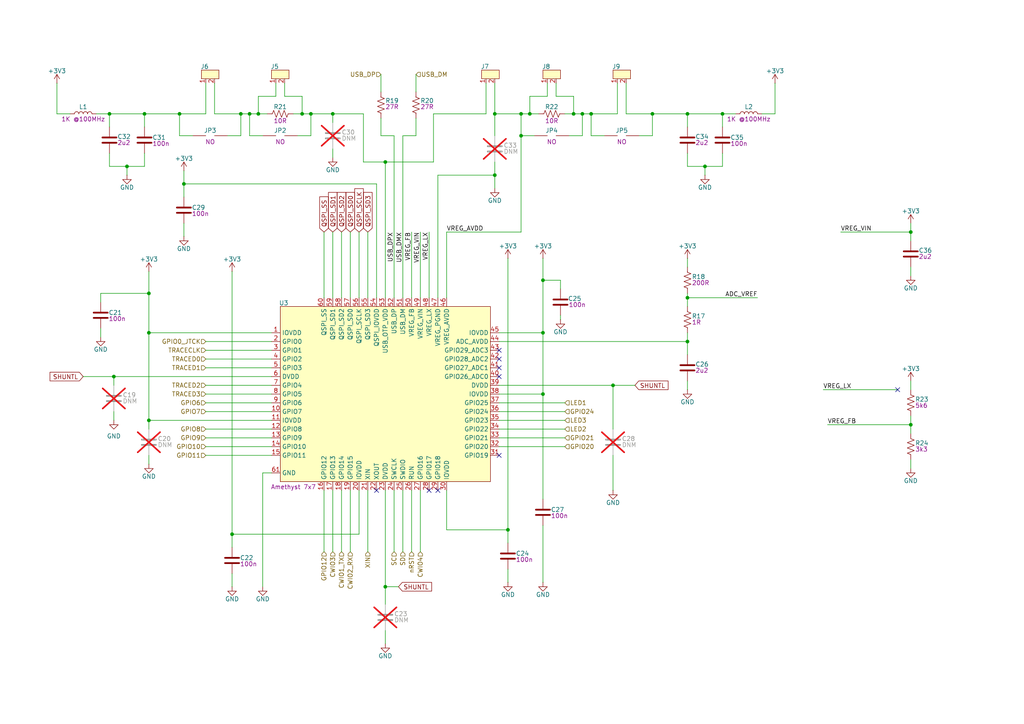
<source format=kicad_sch>
(kicad_sch (version 20231120) (generator "eeschema") (generator_version "8.0")
  (paper "A4")
  (junction (at 199.39 33.02))
  (junction (at 87.63 33.02))
  (junction (at 67.31 154.94))
  (junction (at 90.17 33.02))
  (junction (at 171.45 33.02))
  (junction (at 69.85 33.02))
  (junction (at 151.13 33.02))
  (junction (at 264.16 123.19))
  (junction (at 157.48 114.3))
  (junction (at 43.18 121.92))
  (junction (at 111.76 170.18))
  (junction (at 96.52 33.02))
  (junction (at 41.91 33.02))
  (junction (at 264.16 67.31))
  (junction (at 209.55 33.02))
  (junction (at 53.34 53.34))
  (junction (at 111.76 46.99))
  (junction (at 157.48 96.52))
  (junction (at 147.32 153.67))
  (junction (at 43.18 96.52))
  (junction (at 74.93 33.02))
  (junction (at 153.67 33.02))
  (junction (at 199.39 99.06))
  (junction (at 177.8 111.76))
  (junction (at 43.18 85.09))
  (junction (at 168.91 33.02))
  (junction (at 36.83 48.26))
  (junction (at 143.51 33.02))
  (junction (at 204.47 48.26))
  (junction (at 31.75 33.02))
  (junction (at 151.13 39.37))
  (junction (at 166.37 33.02))
  (junction (at 143.51 50.8))
  (junction (at 52.07 33.02))
  (junction (at 189.23 33.02))
  (junction (at 33.02 109.22))
  (junction (at 72.39 33.02))
  (junction (at 199.39 86.36))
  (junction (at 157.48 81.28))
  (no_connect (at 144.78 109.22))
  (no_connect (at 144.78 106.68))
  (no_connect (at 127 142.24))
  (no_connect (at 144.78 104.14))
  (no_connect (at 144.78 132.08))
  (no_connect (at 109.22 142.24))
  (no_connect (at 144.78 101.6))
  (no_connect (at 260.35 113.03))
  (no_connect (at 124.46 142.24))
  (wire (pts (xy 143.51 33.02) (xy 151.13 33.02)))
  (wire (pts (xy 31.75 33.02) (xy 41.91 33.02)))
  (wire (pts (xy 59.69 111.76) (xy 78.74 111.76)))
  (wire (pts (xy 240.03 123.19) (xy 264.16 123.19)))
  (wire (pts (xy 72.39 33.02) (xy 74.93 33.02)))
  (wire (pts (xy 121.92 67.31) (xy 121.92 86.36)))
  (wire (pts (xy 93.98 160.02) (xy 93.98 142.24)))
  (wire (pts (xy 86.36 39.37) (xy 90.17 39.37)))
  (wire (pts (xy 59.69 114.3) (xy 78.74 114.3)))
  (wire (pts (xy 264.16 120.65) (xy 264.16 123.19)))
  (wire (pts (xy 111.76 170.18) (xy 115.57 170.18)))
  (wire (pts (xy 119.38 67.31) (xy 119.38 86.36)))
  (wire (pts (xy 199.39 96.52) (xy 199.39 99.06)))
  (wire (pts (xy 43.18 124.46) (xy 43.18 121.92)))
  (wire (pts (xy 116.84 39.37) (xy 116.84 86.36)))
  (wire (pts (xy 59.69 101.6) (xy 78.74 101.6)))
  (wire (pts (xy 59.69 24.13) (xy 59.69 33.02)))
  (wire (pts (xy 144.78 119.38) (xy 163.83 119.38)))
  (wire (pts (xy 96.52 33.02) (xy 96.52 35.56)))
  (wire (pts (xy 162.56 81.28) (xy 162.56 83.82)))
  (wire (pts (xy 144.78 127) (xy 163.83 127)))
  (wire (pts (xy 90.17 39.37) (xy 90.17 33.02)))
  (wire (pts (xy 199.39 110.49) (xy 199.39 113.03)))
  (wire (pts (xy 74.93 27.94) (xy 80.01 27.94)))
  (wire (pts (xy 43.18 96.52) (xy 78.74 96.52)))
  (wire (pts (xy 199.39 85.09) (xy 199.39 86.36)))
  (wire (pts (xy 59.69 124.46) (xy 78.74 124.46)))
  (wire (pts (xy 125.73 33.02) (xy 140.97 33.02)))
  (wire (pts (xy 111.76 182.88) (xy 111.76 186.69)))
  (wire (pts (xy 264.16 67.31) (xy 264.16 69.85)))
  (wire (pts (xy 144.78 114.3) (xy 157.48 114.3)))
  (wire (pts (xy 41.91 48.26) (xy 41.91 44.45)))
  (wire (pts (xy 209.55 48.26) (xy 204.47 48.26)))
  (wire (pts (xy 177.8 111.76) (xy 177.8 124.46)))
  (wire (pts (xy 80.01 24.13) (xy 80.01 27.94)))
  (wire (pts (xy 166.37 27.94) (xy 161.29 27.94)))
  (wire (pts (xy 147.32 74.93) (xy 147.32 153.67)))
  (wire (pts (xy 171.45 39.37) (xy 171.45 33.02)))
  (wire (pts (xy 101.6 160.02) (xy 101.6 142.24)))
  (wire (pts (xy 59.69 104.14) (xy 78.74 104.14)))
  (wire (pts (xy 105.41 33.02) (xy 105.41 46.99)))
  (wire (pts (xy 99.06 86.36) (xy 99.06 67.31)))
  (wire (pts (xy 72.39 39.37) (xy 72.39 33.02)))
  (wire (pts (xy 59.69 119.38) (xy 78.74 119.38)))
  (wire (pts (xy 76.2 39.37) (xy 72.39 39.37)))
  (wire (pts (xy 151.13 39.37) (xy 151.13 67.31)))
  (wire (pts (xy 76.2 137.16) (xy 76.2 170.18)))
  (wire (pts (xy 110.49 21.59) (xy 110.49 26.67)))
  (wire (pts (xy 177.8 132.08) (xy 177.8 142.24)))
  (wire (pts (xy 67.31 78.74) (xy 67.31 154.94)))
  (wire (pts (xy 59.69 132.08) (xy 78.74 132.08)))
  (wire (pts (xy 181.61 33.02) (xy 181.61 24.13)))
  (wire (pts (xy 104.14 86.36) (xy 104.14 67.31)))
  (wire (pts (xy 114.3 39.37) (xy 114.3 86.36)))
  (wire (pts (xy 78.74 137.16) (xy 76.2 137.16)))
  (wire (pts (xy 161.29 24.13) (xy 161.29 27.94)))
  (wire (pts (xy 96.52 43.18) (xy 96.52 45.72)))
  (wire (pts (xy 140.97 24.13) (xy 140.97 33.02)))
  (wire (pts (xy 53.34 53.34) (xy 109.22 53.34)))
  (wire (pts (xy 144.78 96.52) (xy 157.48 96.52)))
  (wire (pts (xy 199.39 77.47) (xy 199.39 74.93)))
  (wire (pts (xy 96.52 160.02) (xy 96.52 142.24)))
  (wire (pts (xy 209.55 33.02) (xy 213.36 33.02)))
  (wire (pts (xy 171.45 33.02) (xy 179.07 33.02)))
  (wire (pts (xy 96.52 33.02) (xy 105.41 33.02)))
  (wire (pts (xy 153.67 27.94) (xy 158.75 27.94)))
  (wire (pts (xy 165.1 39.37) (xy 168.91 39.37)))
  (wire (pts (xy 158.75 24.13) (xy 158.75 27.94)))
  (wire (pts (xy 33.02 109.22) (xy 78.74 109.22)))
  (wire (pts (xy 116.84 39.37) (xy 120.65 39.37)))
  (wire (pts (xy 55.88 39.37) (xy 52.07 39.37)))
  (wire (pts (xy 264.16 64.77) (xy 264.16 67.31)))
  (wire (pts (xy 199.39 86.36) (xy 219.71 86.36)))
  (wire (pts (xy 129.54 142.24) (xy 129.54 153.67)))
  (wire (pts (xy 27.94 33.02) (xy 31.75 33.02)))
  (wire (pts (xy 69.85 39.37) (xy 69.85 33.02)))
  (wire (pts (xy 124.46 67.31) (xy 124.46 86.36)))
  (wire (pts (xy 111.76 46.99) (xy 125.73 46.99)))
  (wire (pts (xy 144.78 121.92) (xy 163.83 121.92)))
  (wire (pts (xy 157.48 74.93) (xy 157.48 81.28)))
  (wire (pts (xy 99.06 160.02) (xy 99.06 142.24)))
  (wire (pts (xy 224.79 24.13) (xy 224.79 33.02)))
  (wire (pts (xy 67.31 166.37) (xy 67.31 170.18)))
  (wire (pts (xy 110.49 39.37) (xy 114.3 39.37)))
  (wire (pts (xy 199.39 99.06) (xy 199.39 102.87)))
  (wire (pts (xy 74.93 33.02) (xy 74.93 27.94)))
  (wire (pts (xy 177.8 111.76) (xy 184.15 111.76)))
  (wire (pts (xy 31.75 36.83) (xy 31.75 33.02)))
  (wire (pts (xy 144.78 111.76) (xy 177.8 111.76)))
  (wire (pts (xy 114.3 160.02) (xy 114.3 142.24)))
  (wire (pts (xy 143.51 46.99) (xy 143.51 50.8)))
  (wire (pts (xy 41.91 36.83) (xy 41.91 33.02)))
  (wire (pts (xy 104.14 142.24) (xy 104.14 154.94)))
  (wire (pts (xy 53.34 57.15) (xy 53.34 53.34)))
  (wire (pts (xy 106.68 160.02) (xy 106.68 142.24)))
  (wire (pts (xy 199.39 48.26) (xy 199.39 44.45)))
  (wire (pts (xy 162.56 81.28) (xy 157.48 81.28)))
  (wire (pts (xy 153.67 33.02) (xy 153.67 27.94)))
  (wire (pts (xy 264.16 77.47) (xy 264.16 80.01)))
  (wire (pts (xy 87.63 33.02) (xy 90.17 33.02)))
  (wire (pts (xy 59.69 116.84) (xy 78.74 116.84)))
  (wire (pts (xy 87.63 27.94) (xy 82.55 27.94)))
  (wire (pts (xy 52.07 33.02) (xy 59.69 33.02)))
  (wire (pts (xy 189.23 33.02) (xy 181.61 33.02)))
  (wire (pts (xy 209.55 33.02) (xy 199.39 33.02)))
  (wire (pts (xy 16.51 24.13) (xy 16.51 33.02)))
  (wire (pts (xy 96.52 86.36) (xy 96.52 67.31)))
  (wire (pts (xy 154.94 39.37) (xy 151.13 39.37)))
  (wire (pts (xy 147.32 153.67) (xy 147.32 157.48)))
  (wire (pts (xy 157.48 81.28) (xy 157.48 96.52)))
  (wire (pts (xy 157.48 114.3) (xy 157.48 144.78)))
  (wire (pts (xy 106.68 86.36) (xy 106.68 67.31)))
  (wire (pts (xy 59.69 106.68) (xy 78.74 106.68)))
  (wire (pts (xy 243.84 67.31) (xy 264.16 67.31)))
  (wire (pts (xy 151.13 39.37) (xy 151.13 33.02)))
  (wire (pts (xy 143.51 33.02) (xy 143.51 39.37)))
  (wire (pts (xy 121.92 160.02) (xy 121.92 142.24)))
  (wire (pts (xy 67.31 154.94) (xy 67.31 158.75)))
  (wire (pts (xy 144.78 129.54) (xy 163.83 129.54)))
  (wire (pts (xy 162.56 91.44) (xy 162.56 92.71)))
  (wire (pts (xy 62.23 33.02) (xy 62.23 24.13)))
  (wire (pts (xy 264.16 110.49) (xy 264.16 113.03)))
  (wire (pts (xy 43.18 121.92) (xy 78.74 121.92)))
  (wire (pts (xy 209.55 36.83) (xy 209.55 33.02)))
  (wire (pts (xy 144.78 99.06) (xy 199.39 99.06)))
  (wire (pts (xy 52.07 39.37) (xy 52.07 33.02)))
  (wire (pts (xy 85.09 33.02) (xy 87.63 33.02)))
  (wire (pts (xy 185.42 39.37) (xy 189.23 39.37)))
  (wire (pts (xy 29.21 95.25) (xy 29.21 97.79)))
  (wire (pts (xy 53.34 64.77) (xy 53.34 68.58)))
  (wire (pts (xy 36.83 48.26) (xy 41.91 48.26)))
  (wire (pts (xy 238.76 113.03) (xy 260.35 113.03)))
  (wire (pts (xy 220.98 33.02) (xy 224.79 33.02)))
  (wire (pts (xy 111.76 170.18) (xy 111.76 175.26)))
  (wire (pts (xy 109.22 86.36) (xy 109.22 53.34)))
  (wire (pts (xy 82.55 24.13) (xy 82.55 27.94)))
  (wire (pts (xy 104.14 154.94) (xy 67.31 154.94)))
  (wire (pts (xy 59.69 129.54) (xy 78.74 129.54)))
  (wire (pts (xy 36.83 48.26) (xy 36.83 50.8)))
  (wire (pts (xy 168.91 39.37) (xy 168.91 33.02)))
  (wire (pts (xy 120.65 39.37) (xy 120.65 34.29)))
  (wire (pts (xy 209.55 44.45) (xy 209.55 48.26)))
  (wire (pts (xy 166.37 33.02) (xy 168.91 33.02)))
  (wire (pts (xy 116.84 160.02) (xy 116.84 142.24)))
  (wire (pts (xy 24.13 109.22) (xy 33.02 109.22)))
  (wire (pts (xy 264.16 123.19) (xy 264.16 125.73)))
  (wire (pts (xy 43.18 85.09) (xy 43.18 96.52)))
  (wire (pts (xy 163.83 33.02) (xy 166.37 33.02)))
  (wire (pts (xy 59.69 99.06) (xy 78.74 99.06)))
  (wire (pts (xy 69.85 33.02) (xy 62.23 33.02)))
  (wire (pts (xy 204.47 48.26) (xy 199.39 48.26)))
  (wire (pts (xy 29.21 85.09) (xy 43.18 85.09)))
  (wire (pts (xy 33.02 119.38) (xy 33.02 121.92)))
  (wire (pts (xy 127 50.8) (xy 143.51 50.8)))
  (wire (pts (xy 189.23 39.37) (xy 189.23 33.02)))
  (wire (pts (xy 87.63 33.02) (xy 87.63 27.94)))
  (wire (pts (xy 90.17 33.02) (xy 96.52 33.02)))
  (wire (pts (xy 151.13 67.31) (xy 129.54 67.31)))
  (wire (pts (xy 144.78 116.84) (xy 163.83 116.84)))
  (wire (pts (xy 147.32 165.1) (xy 147.32 168.91)))
  (wire (pts (xy 264.16 135.89) (xy 264.16 133.35)))
  (wire (pts (xy 72.39 33.02) (xy 69.85 33.02)))
  (wire (pts (xy 175.26 39.37) (xy 171.45 39.37)))
  (wire (pts (xy 129.54 153.67) (xy 147.32 153.67)))
  (wire (pts (xy 151.13 33.02) (xy 153.67 33.02)))
  (wire (pts (xy 204.47 48.26) (xy 204.47 50.8)))
  (wire (pts (xy 105.41 46.99) (xy 111.76 46.99)))
  (wire (pts (xy 143.51 24.13) (xy 143.51 33.02)))
  (wire (pts (xy 111.76 46.99) (xy 111.76 86.36)))
  (wire (pts (xy 93.98 86.36) (xy 93.98 67.31)))
  (wire (pts (xy 179.07 24.13) (xy 179.07 33.02)))
  (wire (pts (xy 66.04 39.37) (xy 69.85 39.37)))
  (wire (pts (xy 199.39 86.36) (xy 199.39 88.9)))
  (wire (pts (xy 119.38 160.02) (xy 119.38 142.24)))
  (wire (pts (xy 33.02 109.22) (xy 33.02 111.76)))
  (wire (pts (xy 157.48 152.4) (xy 157.48 168.91)))
  (wire (pts (xy 129.54 67.31) (xy 129.54 86.36)))
  (wire (pts (xy 199.39 33.02) (xy 189.23 33.02)))
  (wire (pts (xy 166.37 33.02) (xy 166.37 27.94)))
  (wire (pts (xy 20.32 33.02) (xy 16.51 33.02)))
  (wire (pts (xy 127 50.8) (xy 127 86.36)))
  (wire (pts (xy 153.67 33.02) (xy 156.21 33.02)))
  (wire (pts (xy 74.93 33.02) (xy 77.47 33.02)))
  (wire (pts (xy 110.49 34.29) (xy 110.49 39.37)))
  (wire (pts (xy 41.91 33.02) (xy 52.07 33.02)))
  (wire (pts (xy 157.48 96.52) (xy 157.48 114.3)))
  (wire (pts (xy 125.73 46.99) (xy 125.73 33.02)))
  (wire (pts (xy 43.18 78.74) (xy 43.18 85.09)))
  (wire (pts (xy 199.39 36.83) (xy 199.39 33.02)))
  (wire (pts (xy 120.65 21.59) (xy 120.65 26.67)))
  (wire (pts (xy 29.21 85.09) (xy 29.21 87.63)))
  (wire (pts (xy 31.75 44.45) (xy 31.75 48.26)))
  (wire (pts (xy 143.51 50.8) (xy 143.51 54.61)))
  (wire (pts (xy 168.91 33.02) (xy 171.45 33.02)))
  (wire (pts (xy 43.18 132.08) (xy 43.18 134.62)))
  (wire (pts (xy 59.69 127) (xy 78.74 127)))
  (wire (pts (xy 101.6 86.36) (xy 101.6 67.31)))
  (wire (pts (xy 111.76 142.24) (xy 111.76 170.18)))
  (wire (pts (xy 53.34 49.53) (xy 53.34 53.34)))
  (wire (pts (xy 43.18 96.52) (xy 43.18 121.92)))
  (wire (pts (xy 31.75 48.26) (xy 36.83 48.26)))
  (wire (pts (xy 144.78 124.46) (xy 163.83 124.46)))
  (label "VREG_FB" (at 240.03 123.19 0))
  (label "USB_DPX" (at 114.3 67.31 270))
  (label "ADC_VREF" (at 219.71 86.36 180))
  (label "VREG_AVDD" (at 129.54 67.31 0))
  (label "USB_DMX" (at 116.84 67.31 270))
  (label "VREG_LX" (at 124.46 67.31 270))
  (label "VREG_FB" (at 119.38 67.31 270))
  (label "VREG_LX" (at 238.76 113.03 0))
  (label "VREG_VIN" (at 243.84 67.31 0))
  (label "VREG_VIN" (at 121.92 67.31 270))
  (global_label "QSPI_SD1" (shape input) (at 96.52 67.31 90) (property "Intersheetrefs" "${INTERSHEET_REFS}" (effects (hide yes))))
  (global_label "QSPI_SD0" (shape input) (at 101.6 67.31 90) (property "Intersheetrefs" "${INTERSHEET_REFS}" (effects (hide yes))))
  (global_label "SHUNTL" (shape input) (at 184.15 111.76 0) (property "Intersheetrefs" "${INTERSHEET_REFS}" (effects (hide yes))))
  (global_label "QSPI_SS" (shape input) (at 93.98 67.31 90) (property "Intersheetrefs" "${INTERSHEET_REFS}" (effects (hide yes))))
  (global_label "QSPI_SCLK" (shape input) (at 104.14 67.31 90) (property "Intersheetrefs" "${INTERSHEET_REFS}" (effects (hide yes))))
  (global_label "SHUNTL" (shape input) (at 115.57 170.18 0) (property "Intersheetrefs" "${INTERSHEET_REFS}" (effects (hide yes))))
  (global_label "QSPI_SD3" (shape input) (at 106.68 67.31 90) (property "Intersheetrefs" "${INTERSHEET_REFS}" (effects (hide yes))))
  (global_label "SHUNTL" (shape input) (at 24.13 109.22 180) (property "Intersheetrefs" "${INTERSHEET_REFS}" (effects (hide yes))))
  (global_label "QSPI_SD2" (shape input) (at 99.06 67.31 90) (property "Intersheetrefs" "${INTERSHEET_REFS}" (effects (hide yes))))
  (hierarchical_label "GPIO21" (shape input) (at 163.83 127 0))
  (hierarchical_label "LED1" (shape input) (at 163.83 116.84 0))
  (hierarchical_label "CWIO3" (shape input) (at 96.52 160.02 270))
  (hierarchical_label "CWIO1_TX" (shape input) (at 99.06 160.02 270))
  (hierarchical_label "LED3" (shape input) (at 163.83 121.92 0))
  (hierarchical_label "GPIO9" (shape input) (at 59.69 127 180))
  (hierarchical_label "GPIO7" (shape input) (at 59.69 119.38 180))
  (hierarchical_label "USB_DM" (shape input) (at 120.65 21.59 0))
  (hierarchical_label "CWIO4" (shape input) (at 121.92 160.02 270))
  (hierarchical_label "GPIO6" (shape input) (at 59.69 116.84 180))
  (hierarchical_label "GPIO24" (shape input) (at 163.83 119.38 0))
  (hierarchical_label "TRACED0" (shape input) (at 59.69 104.14 180))
  (hierarchical_label "GPIO20" (shape input) (at 163.83 129.54 0))
  (hierarchical_label "TRACED1" (shape input) (at 59.69 106.68 180))
  (hierarchical_label "SC" (shape input) (at 114.3 160.02 270))
  (hierarchical_label "SD" (shape input) (at 116.84 160.02 270))
  (hierarchical_label "USB_DP" (shape input) (at 110.49 21.59 180))
  (hierarchical_label "GPIO8" (shape input) (at 59.69 124.46 180))
  (hierarchical_label "GPIO0_JTCK" (shape input) (at 59.69 99.06 180))
  (hierarchical_label "GPIO10" (shape input) (at 59.69 129.54 180))
  (hierarchical_label "TRACED3" (shape input) (at 59.69 114.3 180))
  (hierarchical_label "GPIO12" (shape input) (at 93.98 160.02 270))
  (hierarchical_label "nRST" (shape input) (at 119.38 160.02 270))
  (hierarchical_label "GPIO11" (shape input) (at 59.69 132.08 180))
  (hierarchical_label "CWIO2_RX" (shape input) (at 101.6 160.02 270))
  (hierarchical_label "TRACED2" (shape input) (at 59.69 111.76 180))
  (hierarchical_label "XIN" (shape input) (at 106.68 160.02 270))
  (hierarchical_label "TRACECLK" (shape input) (at 59.69 101.6 180))
  (hierarchical_label "LED2" (shape input) (at 163.83 124.46 0))
  (symbol (lib_id "nae_caps:CAP_100n_10V_0603") (at 157.48 148.59 90) (unit 1)
    (property "Reference" "C27" (at 159.766 147.828 90) (effects (justify right)))
    (property "Value" "CAP_100n_10V_0603" (effects (hide yes)))
    (property "Footprint" "Capacitor_SMD:C_0603_1608Metric" (effects (hide yes)))
    (property "Datasheet" "https://www.yageo.com/upload/media/product/productsearch/datasheet/mlcc/UPY-GPHC_X7R_6.3V-to-250V_24.pdf" (effects (hide yes)))
    (property "Description" "CAP CER 0.1UF 10V X7R 0603" (effects (hide yes)))
    (property "Display Value" "100n" (at 159.766 149.606 90) (effects (justify right)))
    (property "Manufacturer" "YAGEO" (effects (hide yes)))
    (property "Manufacturer Part Number" "CC0603KRX7R6BB104" (effects (hide yes)))
    (property "Supplier 1" "DigiKey" (effects (hide yes)))
    (property "Supplier 1 Part Number" "311-4055-1-ND" (effects (hide yes)))
    (property "Supplier 2" "no_data" (effects (hide yes)))
    (property "Supplier 2 Part Number" "no_data" (effects (hide yes)))
  )
  (symbol (lib_id "nae_caps:CAP_DNM_0603") (at 33.02 115.57 90) (unit 1) (dnp yes)
    (property "Reference" "C19" (at 35.56 114.5541 90) (effects (justify right)))
    (property "Value" "DNM_CAP_0603" (effects (hide yes)))
    (property "Footprint" "Capacitor_SMD:C_0603_1608Metric" (effects (hide yes)))
    (property "Datasheet" "https://content.kemet.com/datasheets/KEM_C1006_X5R_SMD.pdf" (effects (hide yes)))
    (property "Description" "Non mounted 0603_1608 ceramic capacitor" (effects (hide yes)))
    (property "Display Value" "DNM" (at 35.56 116.332 90) (effects (justify right)))
    (property "Manufacturer" "KEMET" (effects (hide yes)))
    (property "Manufacturer Part Number" "C0603C225K4PAC7867" (effects (hide yes)))
    (property "Supplier 1" "DigiKey" (effects (hide yes)))
    (property "Supplier 1 Part Number" "399-C0603C225K4PAC7867CT-ND" (effects (hide yes)))
  )
  (symbol (lib_id "power:GND") (at 111.76 186.69 0) (unit 1)
    (property "Reference" "#PWR027" (effects (hide yes)))
    (property "Value" "GND" (at 111.76 190.246 0))
    (property "Description" "Power symbol creates a global label with name \"GND\" , ground" (effects (hide yes)))
  )
  (symbol (lib_id "0603_Yageo_Res:RES_27R_0603") (at 120.65 30.48 270) (unit 1)
    (property "Reference" "R20" (at 121.92 29.2101 90) (effects (justify left)))
    (property "Value" "RES_27R_0603" (effects (hide yes)))
    (property "Footprint" "Resistor_SMD:R_0603_1608Metric" (effects (hide yes)))
    (property "Datasheet" "https://www.yageo.com/upload/media/product/products/datasheet/rchip/PYu-RC_Group_51_RoHS_L_12.pdf" (effects (hide yes)))
    (property "Description" "RES 27 OHM 1% 1/10W 0603" (effects (hide yes)))
    (property "Display Value" "27R" (at 121.92 30.988 90) (effects (justify left)))
    (property "Manufacturer" "YAGEO" (effects (hide yes)))
    (property "Manufacturer Part Number" "RC0603FR-0727RL" (effects (hide yes)))
    (property "Supplier 1" "DigiKey" (effects (hide yes)))
    (property "Supplier 1 Part Number" "311-27.0HRCT-ND" (effects (hide yes)))
    (property "Supplier 2" "no_data" (effects (hide yes)))
    (property "Supplier 2 Part Number" "no_data" (effects (hide yes)))
  )
  (symbol (lib_id "0603_Yageo_Res:RES_10R_0603") (at 160.02 33.02 0) (unit 1)
    (property "Reference" "R22" (at 160.02 30.988 0))
    (property "Value" "RES_10R_0603" (effects (hide yes)))
    (property "Footprint" "Resistor_SMD:R_0603_1608Metric" (effects (hide yes)))
    (property "Datasheet" "https://www.yageo.com/upload/media/product/products/datasheet/rchip/PYu-RC_Group_51_RoHS_L_12.pdf" (effects (hide yes)))
    (property "Description" "RES 10 OHM 1% 1/10W 0603" (effects (hide yes)))
    (property "Display Value" "10R" (at 160.02 35.052 0))
    (property "Manufacturer" "YAGEO" (effects (hide yes)))
    (property "Manufacturer Part Number" "RC0603FR-0710RL" (effects (hide yes)))
    (property "Supplier 1" "DigiKey" (effects (hide yes)))
    (property "Supplier 1 Part Number" "311-10.0HRCT-ND" (effects (hide yes)))
    (property "Supplier 2" "no_data" (effects (hide yes)))
    (property "Supplier 2 Part Number" "no_data" (effects (hide yes)))
  )
  (symbol (lib_id "nae_caps:CAP_DNM_0603") (at 177.8 128.27 90) (unit 1) (dnp yes)
    (property "Reference" "C28" (at 180.34 127.2541 90) (effects (justify right)))
    (property "Value" "DNM_CAP_0603" (effects (hide yes)))
    (property "Footprint" "Capacitor_SMD:C_0603_1608Metric" (effects (hide yes)))
    (property "Datasheet" "https://content.kemet.com/datasheets/KEM_C1006_X5R_SMD.pdf" (effects (hide yes)))
    (property "Description" "Non mounted 0603_1608 ceramic capacitor" (effects (hide yes)))
    (property "Display Value" "DNM" (at 180.34 129.032 90) (effects (justify right)))
    (property "Manufacturer" "KEMET" (effects (hide yes)))
    (property "Manufacturer Part Number" "C0603C225K4PAC7867" (effects (hide yes)))
    (property "Supplier 1" "DigiKey" (effects (hide yes)))
    (property "Supplier 1 Part Number" "399-C0603C225K4PAC7867CT-ND" (effects (hide yes)))
  )
  (symbol (lib_id "0603_Yageo_Res:RES_27R_0603") (at 110.49 30.48 270) (unit 1)
    (property "Reference" "R19" (at 111.76 29.2101 90) (effects (justify left)))
    (property "Value" "RES_27R_0603" (effects (hide yes)))
    (property "Footprint" "Resistor_SMD:R_0603_1608Metric" (effects (hide yes)))
    (property "Datasheet" "https://www.yageo.com/upload/media/product/products/datasheet/rchip/PYu-RC_Group_51_RoHS_L_12.pdf" (effects (hide yes)))
    (property "Description" "RES 27 OHM 1% 1/10W 0603" (effects (hide yes)))
    (property "Display Value" "27R" (at 111.76 30.988 90) (effects (justify left)))
    (property "Manufacturer" "YAGEO" (effects (hide yes)))
    (property "Manufacturer Part Number" "RC0603FR-0727RL" (effects (hide yes)))
    (property "Supplier 1" "DigiKey" (effects (hide yes)))
    (property "Supplier 1 Part Number" "311-27.0HRCT-ND" (effects (hide yes)))
    (property "Supplier 2" "no_data" (effects (hide yes)))
    (property "Supplier 2 Part Number" "no_data" (effects (hide yes)))
  )
  (symbol (lib_id "power:GND") (at 43.18 134.62 0) (unit 1)
    (property "Reference" "#PWR022" (effects (hide yes)))
    (property "Value" "GND" (at 43.18 138.176 0))
    (property "Description" "Power symbol creates a global label with name \"GND\" , ground" (effects (hide yes)))
  )
  (symbol (lib_id "NAE_Connectors:Solder_Jumper_2_NO") (at 180.34 39.37 90) (unit 1) (in_bom no)
    (property "Reference" "JP5" (at 180.34 37.846 90))
    (property "Footprint" "Jumper:SolderJumper-2_P1.3mm_Open_Pad1.0x1.5mm" (effects (hide yes)))
    (property "Display Value" "NO" (at 180.34 41.148 90))
  )
  (symbol (lib_id "nae_caps:CAP_100n_10V_0603") (at 29.21 91.44 90) (unit 1)
    (property "Reference" "C21" (at 31.496 90.678 90) (effects (justify right)))
    (property "Value" "CAP_100n_10V_0603" (effects (hide yes)))
    (property "Footprint" "Capacitor_SMD:C_0603_1608Metric" (effects (hide yes)))
    (property "Datasheet" "https://www.yageo.com/upload/media/product/productsearch/datasheet/mlcc/UPY-GPHC_X7R_6.3V-to-250V_24.pdf" (effects (hide yes)))
    (property "Description" "CAP CER 0.1UF 10V X7R 0603" (effects (hide yes)))
    (property "Display Value" "100n" (at 31.496 92.456 90) (effects (justify right)))
    (property "Manufacturer" "YAGEO" (effects (hide yes)))
    (property "Manufacturer Part Number" "CC0603KRX7R6BB104" (effects (hide yes)))
    (property "Supplier 1" "DigiKey" (effects (hide yes)))
    (property "Supplier 1 Part Number" "311-4055-1-ND" (effects (hide yes)))
    (property "Supplier 2" "no_data" (effects (hide yes)))
    (property "Supplier 2 Part Number" "no_data" (effects (hide yes)))
  )
  (symbol (lib_id "power:GND") (at 157.48 168.91 0) (unit 1)
    (property "Reference" "#PWR030" (effects (hide yes)))
    (property "Value" "GND" (at 157.48 172.466 0))
    (property "Description" "Power symbol creates a global label with name \"GND\" , ground" (effects (hide yes)))
  )
  (symbol (lib_id "power:GND") (at 264.16 80.01 0) (mirror y) (unit 1)
    (property "Reference" "#PWR045" (effects (hide yes)))
    (property "Value" "GND" (at 264.16 83.566 0))
    (property "Description" "Power symbol creates a global label with name \"GND\" , ground" (effects (hide yes)))
  )
  (symbol (lib_id "power:GND") (at 67.31 170.18 0) (unit 1)
    (property "Reference" "#PWR026" (effects (hide yes)))
    (property "Value" "GND" (at 67.31 173.736 0))
    (property "Description" "Power symbol creates a global label with name \"GND\" , ground" (effects (hide yes)))
  )
  (symbol (lib_id "nae_caps:CAP_100n_10V_0603") (at 209.55 40.64 90) (unit 1)
    (property "Reference" "C35" (at 211.836 39.878 90) (effects (justify right)))
    (property "Value" "CAP_100n_10V_0603" (effects (hide yes)))
    (property "Footprint" "Capacitor_SMD:C_0603_1608Metric" (effects (hide yes)))
    (property "Datasheet" "https://www.yageo.com/upload/media/product/productsearch/datasheet/mlcc/UPY-GPHC_X7R_6.3V-to-250V_24.pdf" (effects (hide yes)))
    (property "Description" "CAP CER 0.1UF 10V X7R 0603" (effects (hide yes)))
    (property "Display Value" "100n" (at 211.836 41.656 90) (effects (justify right)))
    (property "Manufacturer" "YAGEO" (effects (hide yes)))
    (property "Manufacturer Part Number" "CC0603KRX7R6BB104" (effects (hide yes)))
    (property "Supplier 1" "DigiKey" (effects (hide yes)))
    (property "Supplier 1 Part Number" "311-4055-1-ND" (effects (hide yes)))
    (property "Supplier 2" "no_data" (effects (hide yes)))
    (property "Supplier 2 Part Number" "no_data" (effects (hide yes)))
  )
  (symbol (lib_id "power:GND") (at 204.47 50.8 0) (mirror y) (unit 1)
    (property "Reference" "#PWR044" (effects (hide yes)))
    (property "Value" "GND" (at 204.47 54.356 0))
    (property "Description" "Power symbol creates a global label with name \"GND\" , ground" (effects (hide yes)))
  )
  (symbol (lib_id "NAE_Connectors:Solder_Jumper_2_NO") (at 81.28 39.37 90) (unit 1) (in_bom no)
    (property "Reference" "JP2" (at 81.28 37.846 90))
    (property "Footprint" "Jumper:SolderJumper-2_P1.3mm_Open_Pad1.0x1.5mm" (effects (hide yes)))
    (property "Display Value" "NO" (at 81.28 41.148 90))
  )
  (symbol (lib_id "power:+3V3") (at 16.51 24.13 0) (unit 1)
    (property "Reference" "#PWR041" (effects (hide yes)))
    (property "Value" "+3V3" (at 16.51 20.574 0))
    (property "Description" "Power symbol creates a global label with name \"+3V3\"" (effects (hide yes)))
  )
  (symbol (lib_id "NAE_Connectors:Solder_Jumper_2_NO") (at 60.96 39.37 90) (unit 1) (in_bom no)
    (property "Reference" "JP3" (at 60.96 37.846 90))
    (property "Footprint" "Jumper:SolderJumper-2_P1.3mm_Open_Pad1.0x1.5mm" (effects (hide yes)))
    (property "Display Value" "NO" (at 60.96 41.148 90))
  )
  (symbol (lib_id "power:GND") (at 53.34 68.58 0) (unit 1)
    (property "Reference" "#PWR038" (effects (hide yes)))
    (property "Value" "GND" (at 53.34 72.136 0))
    (property "Description" "Power symbol creates a global label with name \"GND\" , ground" (effects (hide yes)))
  )
  (symbol (lib_id "power:+3V3") (at 67.31 78.74 0) (unit 1)
    (property "Reference" "#PWR025" (effects (hide yes)))
    (property "Value" "+3V3" (at 67.31 75.184 0))
    (property "Description" "Power symbol creates a global label with name \"+3V3\"" (effects (hide yes)))
  )
  (symbol (lib_id "NAE_Inductors:IND_1K_100MHz_0603") (at 217.17 33.02 0) (unit 1)
    (property "Reference" "L2" (at 217.17 30.988 0))
    (property "Value" "IND_1K_0603" (effects (hide yes)))
    (property "Footprint" "Inductor_SMD:L_0603_1608Metric" (effects (hide yes)))
    (property "Datasheet" "https://mm.digikey.com/Volume0/opasdata/d220001/medias/docus/3715/FBMH1608HM102-T_SS.pdf" (effects (hide yes)))
    (property "Description" "FERRITE BEAD 1K OHM 0603 1LN" (effects (hide yes)))
    (property "Display Value" "1K @100MHz" (at 217.17 34.544 0))
    (property "Manufacturer" "Taiyo Yuden" (effects (hide yes)))
    (property "Manufacturer Part Number" "FBMH1608HM102-T" (effects (hide yes)))
    (property "Supplier 1" "DigiKey" (effects (hide yes)))
    (property "Supplier 1 Part Number" "587-1739-1-ND" (effects (hide yes)))
  )
  (symbol (lib_id "NAE_Connectors:VERT_HDR_2_2.54mm") (at 81.28 21.59 90) (unit 1)
    (property "Reference" "J5" (at 78.486 19.304 90) (effects (justify right)))
    (property "Value" "2Pin_Header_2.54" (effects (hide yes)))
    (property "Footprint" "Connector_PinHeader_2.54mm:PinHeader_2x01_P2.54mm_Vertical" (effects (hide yes)))
    (property "Datasheet" "https://cdn.harwin.com/pdfs/M20-999.pdf" (effects (hide yes)))
    (property "Description" "CONN HEADER VERT 2POS 2.54MM" (effects (hide yes)))
    (property "Display Value" "Jack" (effects (hide yes)))
    (property "Manufacturer" "Harwin Inc." (effects (hide yes)))
    (property "Manufacturer Part Number" "M20-9990246" (effects (hide yes)))
    (property "Supplier 1" "DigiKey" (effects (hide yes)))
    (property "Supplier 1 Part Number" "952-2262-ND" (effects (hide yes)))
    (property "Supplier 2 Part Number" "Connector Header Through Hole 2 position 0.100\" (2.54mm)" (effects (hide yes)))
  )
  (symbol (lib_id "power:+3V3") (at 43.18 78.74 0) (unit 1)
    (property "Reference" "#PWR024" (effects (hide yes)))
    (property "Value" "+3V3" (at 43.18 75.184 0))
    (property "Description" "Power symbol creates a global label with name \"+3V3\"" (effects (hide yes)))
  )
  (symbol (lib_id "0603_Yageo_Res:RES_1R_0603") (at 199.39 92.71 90) (unit 1)
    (property "Reference" "R17" (at 200.66 91.6941 90) (effects (justify right)))
    (property "Value" "RES_1R_0603" (effects (hide yes)))
    (property "Footprint" "Resistor_SMD:R_0603_1608Metric" (effects (hide yes)))
    (property "Datasheet" "https://www.yageo.com/upload/media/product/products/datasheet/rchip/PYu-RC_Group_51_RoHS_L_12.pdf" (effects (hide yes)))
    (property "Description" "RES 1 OHM 1% 1/10W 0603" (effects (hide yes)))
    (property "Display Value" "1R" (at 200.66 93.472 90) (effects (justify right)))
    (property "Manufacturer" "YAGEO" (effects (hide yes)))
    (property "Manufacturer Part Number" "RC0603FR-071RL" (effects (hide yes)))
    (property "Supplier 1" "DigiKey" (effects (hide yes)))
    (property "Supplier 1 Part Number" "311-1.00HRCT-ND" (effects (hide yes)))
    (property "Supplier 2" "no_data" (effects (hide yes)))
    (property "Supplier 2 Part Number" "no_data" (effects (hide yes)))
  )
  (symbol (lib_id "NAE_Connectors:VERT_HDR_2_2.54mm") (at 160.02 21.59 90) (unit 1)
    (property "Reference" "J8" (at 157.226 19.304 90) (effects (justify right)))
    (property "Value" "2Pin_Header_2.54" (effects (hide yes)))
    (property "Footprint" "Connector_PinHeader_2.54mm:PinHeader_2x01_P2.54mm_Vertical" (effects (hide yes)))
    (property "Datasheet" "https://cdn.harwin.com/pdfs/M20-999.pdf" (effects (hide yes)))
    (property "Description" "CONN HEADER VERT 2POS 2.54MM" (effects (hide yes)))
    (property "Display Value" "Jack" (effects (hide yes)))
    (property "Manufacturer" "Harwin Inc." (effects (hide yes)))
    (property "Manufacturer Part Number" "M20-9990246" (effects (hide yes)))
    (property "Supplier 1" "DigiKey" (effects (hide yes)))
    (property "Supplier 1 Part Number" "952-2262-ND" (effects (hide yes)))
    (property "Supplier 2 Part Number" "Connector Header Through Hole 2 position 0.100\" (2.54mm)" (effects (hide yes)))
  )
  (symbol (lib_id "power:GND") (at 162.56 92.71 0) (mirror y) (unit 1)
    (property "Reference" "#PWR032" (effects (hide yes)))
    (property "Value" "GND" (at 162.56 96.266 0))
    (property "Description" "Power symbol creates a global label with name \"GND\" , ground" (effects (hide yes)))
  )
  (symbol (lib_id "nae_caps:CAP_DNM_0603") (at 143.51 43.18 90) (unit 1) (dnp yes)
    (property "Reference" "C33" (at 146.05 42.1641 90) (effects (justify right)))
    (property "Value" "DNM_CAP_0603" (effects (hide yes)))
    (property "Footprint" "Capacitor_SMD:C_0603_1608Metric" (effects (hide yes)))
    (property "Datasheet" "https://content.kemet.com/datasheets/KEM_C1006_X5R_SMD.pdf" (effects (hide yes)))
    (property "Description" "Non mounted 0603_1608 ceramic capacitor" (effects (hide yes)))
    (property "Display Value" "DNM" (at 146.05 43.942 90) (effects (justify right)))
    (property "Manufacturer" "KEMET" (effects (hide yes)))
    (property "Manufacturer Part Number" "C0603C225K4PAC7867" (effects (hide yes)))
    (property "Supplier 1" "DigiKey" (effects (hide yes)))
    (property "Supplier 1 Part Number" "399-C0603C225K4PAC7867CT-ND" (effects (hide yes)))
  )
  (symbol (lib_id "power:+3V3") (at 199.39 74.93 0) (mirror y) (unit 1)
    (property "Reference" "#PWR035" (effects (hide yes)))
    (property "Value" "+3V3" (at 199.39 71.374 0))
    (property "Description" "Power symbol creates a global label with name \"+3V3\"" (effects (hide yes)))
  )
  (symbol (lib_id "nae_caps:CAP_100n_10V_0603") (at 53.34 60.96 90) (unit 1)
    (property "Reference" "C29" (at 55.626 60.198 90) (effects (justify right)))
    (property "Value" "CAP_100n_10V_0603" (effects (hide yes)))
    (property "Footprint" "Capacitor_SMD:C_0603_1608Metric" (effects (hide yes)))
    (property "Datasheet" "https://www.yageo.com/upload/media/product/productsearch/datasheet/mlcc/UPY-GPHC_X7R_6.3V-to-250V_24.pdf" (effects (hide yes)))
    (property "Description" "CAP CER 0.1UF 10V X7R 0603" (effects (hide yes)))
    (property "Display Value" "100n" (at 55.626 61.976 90) (effects (justify right)))
    (property "Manufacturer" "YAGEO" (effects (hide yes)))
    (property "Manufacturer Part Number" "CC0603KRX7R6BB104" (effects (hide yes)))
    (property "Supplier 1" "DigiKey" (effects (hide yes)))
    (property "Supplier 1 Part Number" "311-4055-1-ND" (effects (hide yes)))
    (property "Supplier 2" "no_data" (effects (hide yes)))
    (property "Supplier 2 Part Number" "no_data" (effects (hide yes)))
  )
  (symbol (lib_id "nae_caps:CAP_100n_10V_0603") (at 162.56 87.63 270) (mirror x) (unit 1)
    (property "Reference" "C25" (at 168.656 86.614 90) (effects (justify right)))
    (property "Value" "CAP_100n_10V_0603" (effects (hide yes)))
    (property "Footprint" "Capacitor_SMD:C_0603_1608Metric" (effects (hide yes)))
    (property "Datasheet" "https://www.yageo.com/upload/media/product/productsearch/datasheet/mlcc/UPY-GPHC_X7R_6.3V-to-250V_24.pdf" (effects (hide yes)))
    (property "Description" "CAP CER 0.1UF 10V X7R 0603" (effects (hide yes)))
    (property "Display Value" "100n" (at 169.926 88.392 90) (effects (justify right)))
    (property "Manufacturer" "YAGEO" (effects (hide yes)))
    (property "Manufacturer Part Number" "CC0603KRX7R6BB104" (effects (hide yes)))
    (property "Supplier 1" "DigiKey" (effects (hide yes)))
    (property "Supplier 1 Part Number" "311-4055-1-ND" (effects (hide yes)))
    (property "Supplier 2" "no_data" (effects (hide yes)))
    (property "Supplier 2 Part Number" "no_data" (effects (hide yes)))
  )
  (symbol (lib_id "nae_caps:CAP_2u2_6.3V_0603") (at 199.39 40.64 90) (unit 1)
    (property "Reference" "C34" (at 201.676 39.6241 90) (effects (justify right)))
    (property "Value" "CAP_2u2_6.3V_0603" (effects (hide yes)))
    (property "Footprint" "Capacitor_SMD:C_0603_1608Metric" (effects (hide yes)))
    (property "Datasheet" "https://www.yageo.com/upload/media/product/productsearch/datasheet/mlcc/UPY-GPHC_X7R_6.3V-to-250V_24.pdf" (effects (hide yes)))
    (property "Description" "CAP CER 2.2UF 6.3V X7R 0603" (effects (hide yes)))
    (property "Display Value" "2u2" (at 201.676 41.402 90) (effects (justify right)))
    (property "Manufacturer" "YAGEO" (effects (hide yes)))
    (property "Manufacturer Part Number" "CC0603KRX7R5BB225" (effects (hide yes)))
    (property "Supplier 1" "DigiKey" (effects (hide yes)))
    (property "Supplier 1 Part Number" "311-1795-1-ND" (effects (hide yes)))
    (property "Supplier 2" "no_data" (effects (hide yes)))
    (property "Supplier 2 Part Number" "no_data" (effects (hide yes)))
  )
  (symbol (lib_id "NAE_Connectors:VERT_HDR_2_2.54mm") (at 60.96 21.59 90) (unit 1)
    (property "Reference" "J6" (at 58.166 19.304 90) (effects (justify right)))
    (property "Value" "2Pin_Header_2.54" (effects (hide yes)))
    (property "Footprint" "Connector_PinHeader_2.54mm:PinHeader_2x01_P2.54mm_Vertical" (effects (hide yes)))
    (property "Datasheet" "https://cdn.harwin.com/pdfs/M20-999.pdf" (effects (hide yes)))
    (property "Description" "CONN HEADER VERT 2POS 2.54MM" (effects (hide yes)))
    (property "Display Value" "Jack" (effects (hide yes)))
    (property "Manufacturer" "Harwin Inc." (effects (hide yes)))
    (property "Manufacturer Part Number" "M20-9990246" (effects (hide yes)))
    (property "Supplier 1" "DigiKey" (effects (hide yes)))
    (property "Supplier 1 Part Number" "952-2262-ND" (effects (hide yes)))
    (property "Supplier 2 Part Number" "Connector Header Through Hole 2 position 0.100\" (2.54mm)" (effects (hide yes)))
  )
  (symbol (lib_id "power:GND") (at 36.83 50.8 0) (unit 1)
    (property "Reference" "#PWR040" (effects (hide yes)))
    (property "Value" "GND" (at 36.83 54.356 0))
    (property "Description" "Power symbol creates a global label with name \"GND\" , ground" (effects (hide yes)))
  )
  (symbol (lib_id "NAE_Connectors:VERT_HDR_2_2.54mm") (at 142.24 21.59 90) (unit 1)
    (property "Reference" "J7" (at 139.446 19.304 90) (effects (justify right)))
    (property "Value" "2Pin_Header_2.54" (effects (hide yes)))
    (property "Footprint" "Connector_PinHeader_2.54mm:PinHeader_2x01_P2.54mm_Vertical" (effects (hide yes)))
    (property "Datasheet" "https://cdn.harwin.com/pdfs/M20-999.pdf" (effects (hide yes)))
    (property "Description" "CONN HEADER VERT 2POS 2.54MM" (effects (hide yes)))
    (property "Display Value" "Jack" (effects (hide yes)))
    (property "Manufacturer" "Harwin Inc." (effects (hide yes)))
    (property "Manufacturer Part Number" "M20-9990246" (effects (hide yes)))
    (property "Supplier 1" "DigiKey" (effects (hide yes)))
    (property "Supplier 1 Part Number" "952-2262-ND" (effects (hide yes)))
    (property "Supplier 2 Part Number" "Connector Header Through Hole 2 position 0.100\" (2.54mm)" (effects (hide yes)))
  )
  (symbol (lib_id "power:GND") (at 29.21 97.79 0) (unit 1)
    (property "Reference" "#PWR023" (effects (hide yes)))
    (property "Value" "GND" (at 29.21 101.346 0))
    (property "Description" "Power symbol creates a global label with name \"GND\" , ground" (effects (hide yes)))
  )
  (symbol (lib_id "power:+3V3") (at 147.32 74.93 0) (mirror y) (unit 1)
    (property "Reference" "#PWR028" (effects (hide yes)))
    (property "Value" "+3V3" (at 147.32 71.374 0))
    (property "Description" "Power symbol creates a global label with name \"+3V3\"" (effects (hide yes)))
  )
  (symbol (lib_id "nae_caps:CAP_100n_10V_0603") (at 41.91 40.64 90) (unit 1)
    (property "Reference" "C31" (at 44.196 39.878 90) (effects (justify right)))
    (property "Value" "CAP_100n_10V_0603" (effects (hide yes)))
    (property "Footprint" "Capacitor_SMD:C_0603_1608Metric" (effects (hide yes)))
    (property "Datasheet" "https://www.yageo.com/upload/media/product/productsearch/datasheet/mlcc/UPY-GPHC_X7R_6.3V-to-250V_24.pdf" (effects (hide yes)))
    (property "Description" "CAP CER 0.1UF 10V X7R 0603" (effects (hide yes)))
    (property "Display Value" "100n" (at 44.196 41.656 90) (effects (justify right)))
    (property "Manufacturer" "YAGEO" (effects (hide yes)))
    (property "Manufacturer Part Number" "CC0603KRX7R6BB104" (effects (hide yes)))
    (property "Supplier 1" "DigiKey" (effects (hide yes)))
    (property "Supplier 1 Part Number" "311-4055-1-ND" (effects (hide yes)))
    (property "Supplier 2" "no_data" (effects (hide yes)))
    (property "Supplier 2 Part Number" "no_data" (effects (hide yes)))
  )
  (symbol (lib_id "power:+3V3") (at 224.79 24.13 0) (mirror y) (unit 1)
    (property "Reference" "#PWR043" (effects (hide yes)))
    (property "Value" "+3V3" (at 224.79 20.574 0))
    (property "Description" "Power symbol creates a global label with name \"+3V3\"" (effects (hide yes)))
  )
  (symbol (lib_id "0603_Yageo_Res:RES_200R_0603") (at 199.39 81.28 90) (unit 1)
    (property "Reference" "R18" (at 200.66 80.2641 90) (effects (justify right)))
    (property "Value" "RES_200R_0603" (effects (hide yes)))
    (property "Footprint" "Resistor_SMD:R_0603_1608Metric" (effects (hide yes)))
    (property "Datasheet" "https://www.yageo.com/upload/media/product/products/datasheet/rchip/PYu-RC_Group_51_RoHS_L_12.pdf" (effects (hide yes)))
    (property "Description" "RES 200 OHM 1% 1/10W 0603" (effects (hide yes)))
    (property "Display Value" "200R" (at 200.66 82.042 90) (effects (justify right)))
    (property "Manufacturer" "YAGEO" (effects (hide yes)))
    (property "Manufacturer Part Number" "RC0603FR-07200RL" (effects (hide yes)))
    (property "Supplier 1" "DigiKey" (effects (hide yes)))
    (property "Supplier 1 Part Number" "311-200HRCT-ND" (effects (hide yes)))
    (property "Supplier 2" "no_data" (effects (hide yes)))
    (property "Supplier 2 Part Number" "no_data" (effects (hide yes)))
  )
  (symbol (lib_id "power:GND") (at 143.51 54.61 0) (unit 1)
    (property "Reference" "#PWR042" (effects (hide yes)))
    (property "Value" "GND" (at 143.51 58.166 0))
    (property "Description" "Power symbol creates a global label with name \"GND\" , ground" (effects (hide yes)))
  )
  (symbol (lib_id "power:GND") (at 177.8 142.24 0) (mirror y) (unit 1)
    (property "Reference" "#PWR034" (effects (hide yes)))
    (property "Value" "GND" (at 177.8 145.796 0))
    (property "Description" "Power symbol creates a global label with name \"GND\" , ground" (effects (hide yes)))
  )
  (symbol (lib_id "0603_Yageo_Res:RES_3k3_0603") (at 264.16 129.54 90) (unit 1)
    (property "Reference" "R24" (at 265.43 128.5241 90) (effects (justify right)))
    (property "Value" "RES_3k3_0603" (effects (hide yes)))
    (property "Footprint" "Resistor_SMD:R_0603_1608Metric" (effects (hide yes)))
    (property "Datasheet" "https://www.yageo.com/upload/media/product/products/datasheet/rchip/PYu-RC_Group_51_RoHS_L_12.pdf" (effects (hide yes)))
    (property "Description" "RES 3.3K OHM 1% 1/10W 0603" (effects (hide yes)))
    (property "Display Value" "3k3" (at 265.43 130.302 90) (effects (justify right)))
    (property "Manufacturer" "YAGEO" (effects (hide yes)))
    (property "Manufacturer Part Number" "RC0603FR-073K3L" (effects (hide yes)))
    (property "Supplier 1" "DigiKey" (effects (hide yes)))
    (property "Supplier 1 Part Number" "311-3.30KHRCT-ND" (effects (hide yes)))
    (property "Supplier 2" "no_data" (effects (hide yes)))
    (property "Supplier 2 Part Number" "no_data" (effects (hide yes)))
  )
  (symbol (lib_id "NAE_Integrated_Circuits:RP2350A") (at 111.76 114.3 0) (unit 1)
    (property "Reference" "U3" (at 82.296 87.884 0))
    (property "Value" "RP2350" (effects (hide yes)))
    (property "Footprint" "Package_DFN_QFN:QFN-60-1EP_7x7mm_P0.4mm_EP3.4x3.4mm" (effects (hide yes)))
    (property "Datasheet" "https://datasheets.raspberrypi.com/rp2350/rp2350-datasheet.pdf" (effects (hide yes)))
    (property "Description" "30 GPIO 7x7 QFN 60 pin" (effects (hide yes)))
    (property "Display Value" "Amethyst 7x7" (at 85.09 141.224 0))
    (property "Manufacturer" "Raspberry Pi" (effects (hide yes)))
    (property "Manufacturer Part Number" "RP2350A" (effects (hide yes)))
    (property "Supplier 1" "Supplier 1" (effects (hide yes)))
    (property "Supplier 1 Part Number" "Supplier 1 PN" (effects (hide yes)))
  )
  (symbol (lib_id "power:+3V3") (at 264.16 64.77 0) (mirror y) (unit 1)
    (property "Reference" "#PWR046" (effects (hide yes)))
    (property "Value" "+3V3" (at 264.16 61.214 0))
    (property "Description" "Power symbol creates a global label with name \"+3V3\"" (effects (hide yes)))
  )
  (symbol (lib_id "power:GND") (at 96.52 45.72 0) (unit 1)
    (property "Reference" "#PWR039" (effects (hide yes)))
    (property "Value" "GND" (at 96.52 49.276 0))
    (property "Description" "Power symbol creates a global label with name \"GND\" , ground" (effects (hide yes)))
  )
  (symbol (lib_id "NAE_Connectors:VERT_HDR_2_2.54mm") (at 180.34 21.59 90) (unit 1)
    (property "Reference" "J9" (at 177.546 19.304 90) (effects (justify right)))
    (property "Value" "2Pin_Header_2.54" (effects (hide yes)))
    (property "Footprint" "Connector_PinHeader_2.54mm:PinHeader_2x01_P2.54mm_Vertical" (effects (hide yes)))
    (property "Datasheet" "https://cdn.harwin.com/pdfs/M20-999.pdf" (effects (hide yes)))
    (property "Description" "CONN HEADER VERT 2POS 2.54MM" (effects (hide yes)))
    (property "Display Value" "Jack" (effects (hide yes)))
    (property "Manufacturer" "Harwin Inc." (effects (hide yes)))
    (property "Manufacturer Part Number" "M20-9990246" (effects (hide yes)))
    (property "Supplier 1" "DigiKey" (effects (hide yes)))
    (property "Supplier 1 Part Number" "952-2262-ND" (effects (hide yes)))
    (property "Supplier 2 Part Number" "Connector Header Through Hole 2 position 0.100\" (2.54mm)" (effects (hide yes)))
  )
  (symbol (lib_id "power:+3V3") (at 157.48 74.93 0) (mirror y) (unit 1)
    (property "Reference" "#PWR031" (effects (hide yes)))
    (property "Value" "+3V3" (at 157.48 71.374 0))
    (property "Description" "Power symbol creates a global label with name \"+3V3\"" (effects (hide yes)))
  )
  (symbol (lib_id "nae_caps:CAP_100n_10V_0603") (at 67.31 162.56 90) (unit 1)
    (property "Reference" "C22" (at 69.596 161.798 90) (effects (justify right)))
    (property "Value" "CAP_100n_10V_0603" (effects (hide yes)))
    (property "Footprint" "Capacitor_SMD:C_0603_1608Metric" (effects (hide yes)))
    (property "Datasheet" "https://www.yageo.com/upload/media/product/productsearch/datasheet/mlcc/UPY-GPHC_X7R_6.3V-to-250V_24.pdf" (effects (hide yes)))
    (property "Description" "CAP CER 0.1UF 10V X7R 0603" (effects (hide yes)))
    (property "Display Value" "100n" (at 69.596 163.576 90) (effects (justify right)))
    (property "Manufacturer" "YAGEO" (effects (hide yes)))
    (property "Manufacturer Part Number" "CC0603KRX7R6BB104" (effects (hide yes)))
    (property "Supplier 1" "DigiKey" (effects (hide yes)))
    (property "Supplier 1 Part Number" "311-4055-1-ND" (effects (hide yes)))
    (property "Supplier 2" "no_data" (effects (hide yes)))
    (property "Supplier 2 Part Number" "no_data" (effects (hide yes)))
  )
  (symbol (lib_id "power:GND") (at 76.2 170.18 0) (unit 1)
    (property "Reference" "#PWR036" (effects (hide yes)))
    (property "Value" "GND" (at 76.2 173.736 0))
    (property "Description" "Power symbol creates a global label with name \"GND\" , ground" (effects (hide yes)))
  )
  (symbol (lib_id "nae_caps:CAP_2u2_6.3V_0603") (at 31.75 40.64 90) (unit 1)
    (property "Reference" "C32" (at 34.036 39.6241 90) (effects (justify right)))
    (property "Value" "CAP_2u2_6.3V_0603" (effects (hide yes)))
    (property "Footprint" "Capacitor_SMD:C_0603_1608Metric" (effects (hide yes)))
    (property "Datasheet" "https://www.yageo.com/upload/media/product/productsearch/datasheet/mlcc/UPY-GPHC_X7R_6.3V-to-250V_24.pdf" (effects (hide yes)))
    (property "Description" "CAP CER 2.2UF 6.3V X7R 0603" (effects (hide yes)))
    (property "Display Value" "2u2" (at 34.036 41.402 90) (effects (justify right)))
    (property "Manufacturer" "YAGEO" (effects (hide yes)))
    (property "Manufacturer Part Number" "CC0603KRX7R5BB225" (effects (hide yes)))
    (property "Supplier 1" "DigiKey" (effects (hide yes)))
    (property "Supplier 1 Part Number" "311-1795-1-ND" (effects (hide yes)))
    (property "Supplier 2" "no_data" (effects (hide yes)))
    (property "Supplier 2 Part Number" "no_data" (effects (hide yes)))
  )
  (symbol (lib_id "0603_Yageo_Res:RES_5k6_0603") (at 264.16 116.84 90) (unit 1)
    (property "Reference" "R23" (at 265.43 115.8241 90) (effects (justify right)))
    (property "Value" "RES_5k6_0603" (effects (hide yes)))
    (property "Footprint" "Resistor_SMD:R_0603_1608Metric" (effects (hide yes)))
    (property "Datasheet" "https://www.yageo.com/upload/media/product/products/datasheet/rchip/PYu-RC_Group_51_RoHS_L_12.pdf" (effects (hide yes)))
    (property "Description" "RES 5.6K OHM 1% 1/10W 0603" (effects (hide yes)))
    (property "Display Value" "5k6" (at 265.43 117.602 90) (effects (justify right)))
    (property "Manufacturer" "YAGEO" (effects (hide yes)))
    (property "Manufacturer Part Number" "RC0603FR-075K6L" (effects (hide yes)))
    (property "Supplier 1" "DigiKey" (effects (hide yes)))
    (property "Supplier 1 Part Number" "311-5.60KHRCT-ND" (effects (hide yes)))
    (property "Supplier 2" "no_data" (effects (hide yes)))
    (property "Supplier 2 Part Number" "no_data" (effects (hide yes)))
  )
  (symbol (lib_id "NAE_Connectors:Solder_Jumper_2_NO") (at 160.02 39.37 90) (unit 1) (in_bom no)
    (property "Reference" "JP4" (at 160.02 37.846 90))
    (property "Footprint" "Jumper:SolderJumper-2_P1.3mm_Open_Pad1.0x1.5mm" (effects (hide yes)))
    (property "Display Value" "NO" (at 160.02 41.148 90))
  )
  (symbol (lib_id "power:GND") (at 33.02 121.92 0) (unit 1)
    (property "Reference" "#PWR021" (effects (hide yes)))
    (property "Value" "GND" (at 33.02 126.492 0))
    (property "Description" "Power symbol creates a global label with name \"GND\" , ground" (effects (hide yes)))
  )
  (symbol (lib_id "power:GND") (at 147.32 168.91 0) (unit 1)
    (property "Reference" "#PWR029" (effects (hide yes)))
    (property "Value" "GND" (at 147.32 172.466 0))
    (property "Description" "Power symbol creates a global label with name \"GND\" , ground" (effects (hide yes)))
  )
  (symbol (lib_id "power:GND") (at 199.39 113.03 0) (mirror y) (unit 1)
    (property "Reference" "#PWR033" (effects (hide yes)))
    (property "Value" "GND" (at 199.39 116.586 0))
    (property "Description" "Power symbol creates a global label with name \"GND\" , ground" (effects (hide yes)))
  )
  (symbol (lib_id "nae_caps:CAP_DNM_0603") (at 111.76 179.07 90) (unit 1) (dnp yes)
    (property "Reference" "C23" (at 114.3 178.0541 90) (effects (justify right)))
    (property "Value" "DNM_CAP_0603" (effects (hide yes)))
    (property "Footprint" "Capacitor_SMD:C_0603_1608Metric" (effects (hide yes)))
    (property "Datasheet" "https://content.kemet.com/datasheets/KEM_C1006_X5R_SMD.pdf" (effects (hide yes)))
    (property "Description" "Non mounted 0603_1608 ceramic capacitor" (effects (hide yes)))
    (property "Display Value" "DNM" (at 114.3 179.832 90) (effects (justify right)))
    (property "Manufacturer" "KEMET" (effects (hide yes)))
    (property "Manufacturer Part Number" "C0603C225K4PAC7867" (effects (hide yes)))
    (property "Supplier 1" "DigiKey" (effects (hide yes)))
    (property "Supplier 1 Part Number" "399-C0603C225K4PAC7867CT-ND" (effects (hide yes)))
  )
  (symbol (lib_id "power:+3V3") (at 264.16 110.49 0) (mirror y) (unit 1)
    (property "Reference" "#PWR047" (effects (hide yes)))
    (property "Value" "+3V3" (at 264.16 106.934 0))
    (property "Description" "Power symbol creates a global label with name \"+3V3\"" (effects (hide yes)))
  )
  (symbol (lib_id "power:+3V3") (at 53.34 49.53 0) (unit 1)
    (property "Reference" "#PWR037" (effects (hide yes)))
    (property "Value" "+3V3" (at 53.34 45.974 0))
    (property "Description" "Power symbol creates a global label with name \"+3V3\"" (effects (hide yes)))
  )
  (symbol (lib_id "nae_caps:CAP_DNM_0603") (at 96.52 39.37 90) (unit 1) (dnp yes)
    (property "Reference" "C30" (at 99.06 38.3541 90) (effects (justify right)))
    (property "Value" "DNM_CAP_0603" (effects (hide yes)))
    (property "Footprint" "Capacitor_SMD:C_0603_1608Metric" (effects (hide yes)))
    (property "Datasheet" "https://content.kemet.com/datasheets/KEM_C1006_X5R_SMD.pdf" (effects (hide yes)))
    (property "Description" "Non mounted 0603_1608 ceramic capacitor" (effects (hide yes)))
    (property "Display Value" "DNM" (at 99.06 40.132 90) (effects (justify right)))
    (property "Manufacturer" "KEMET" (effects (hide yes)))
    (property "Manufacturer Part Number" "C0603C225K4PAC7867" (effects (hide yes)))
    (property "Supplier 1" "DigiKey" (effects (hide yes)))
    (property "Supplier 1 Part Number" "399-C0603C225K4PAC7867CT-ND" (effects (hide yes)))
  )
  (symbol (lib_id "nae_caps:CAP_100n_10V_0603") (at 147.32 161.29 90) (unit 1)
    (property "Reference" "C24" (at 149.606 160.528 90) (effects (justify right)))
    (property "Value" "CAP_100n_10V_0603" (effects (hide yes)))
    (property "Footprint" "Capacitor_SMD:C_0603_1608Metric" (effects (hide yes)))
    (property "Datasheet" "https://www.yageo.com/upload/media/product/productsearch/datasheet/mlcc/UPY-GPHC_X7R_6.3V-to-250V_24.pdf" (effects (hide yes)))
    (property "Description" "CAP CER 0.1UF 10V X7R 0603" (effects (hide yes)))
    (property "Display Value" "100n" (at 149.606 162.306 90) (effects (justify right)))
    (property "Manufacturer" "YAGEO" (effects (hide yes)))
    (property "Manufacturer Part Number" "CC0603KRX7R6BB104" (effects (hide yes)))
    (property "Supplier 1" "DigiKey" (effects (hide yes)))
    (property "Supplier 1 Part Number" "311-4055-1-ND" (effects (hide yes)))
    (property "Supplier 2" "no_data" (effects (hide yes)))
    (property "Supplier 2 Part Number" "no_data" (effects (hide yes)))
  )
  (symbol (lib_id "0603_Yageo_Res:RES_10R_0603") (at 81.28 33.02 0) (unit 1)
    (property "Reference" "R21" (at 81.28 30.988 0))
    (property "Value" "RES_10R_0603" (effects (hide yes)))
    (property "Footprint" "Resistor_SMD:R_0603_1608Metric" (effects (hide yes)))
    (property "Datasheet" "https://www.yageo.com/upload/media/product/products/datasheet/rchip/PYu-RC_Group_51_RoHS_L_12.pdf" (effects (hide yes)))
    (property "Description" "RES 10 OHM 1% 1/10W 0603" (effects (hide yes)))
    (property "Display Value" "10R" (at 81.28 35.052 0))
    (property "Manufacturer" "YAGEO" (effects (hide yes)))
    (property "Manufacturer Part Number" "RC0603FR-0710RL" (effects (hide yes)))
    (property "Supplier 1" "DigiKey" (effects (hide yes)))
    (property "Supplier 1 Part Number" "311-10.0HRCT-ND" (effects (hide yes)))
    (property "Supplier 2" "no_data" (effects (hide yes)))
    (property "Supplier 2 Part Number" "no_data" (effects (hide yes)))
  )
  (symbol (lib_id "NAE_Inductors:IND_1K_100MHz_0603") (at 24.13 33.02 0) (unit 1)
    (property "Reference" "L1" (at 24.13 30.988 0))
    (property "Value" "IND_1K_0603" (effects (hide yes)))
    (property "Footprint" "Inductor_SMD:L_0603_1608Metric" (effects (hide yes)))
    (property "Datasheet" "https://mm.digikey.com/Volume0/opasdata/d220001/medias/docus/3715/FBMH1608HM102-T_SS.pdf" (effects (hide yes)))
    (property "Description" "FERRITE BEAD 1K OHM 0603 1LN" (effects (hide yes)))
    (property "Display Value" "1K @100MHz" (at 24.13 34.544 0))
    (property "Manufacturer" "Taiyo Yuden" (effects (hide yes)))
    (property "Manufacturer Part Number" "FBMH1608HM102-T" (effects (hide yes)))
    (property "Supplier 1" "DigiKey" (effects (hide yes)))
    (property "Supplier 1 Part Number" "587-1739-1-ND" (effects (hide yes)))
  )
  (symbol (lib_id "nae_caps:CAP_2u2_6.3V_0603") (at 264.16 73.66 90) (unit 1)
    (property "Reference" "C36" (at 266.446 72.6441 90) (effects (justify right)))
    (property "Value" "CAP_2u2_6.3V_0603" (effects (hide yes)))
    (property "Footprint" "Capacitor_SMD:C_0603_1608Metric" (effects (hide yes)))
    (property "Datasheet" "https://www.yageo.com/upload/media/product/productsearch/datasheet/mlcc/UPY-GPHC_X7R_6.3V-to-250V_24.pdf" (effects (hide yes)))
    (property "Description" "CAP CER 2.2UF 6.3V X7R 0603" (effects (hide yes)))
    (property "Display Value" "2u2" (at 266.446 74.422 90) (effects (justify right)))
    (property "Manufacturer" "YAGEO" (effects (hide yes)))
    (property "Manufacturer Part Number" "CC0603KRX7R5BB225" (effects (hide yes)))
    (property "Supplier 1" "DigiKey" (effects (hide yes)))
    (property "Supplier 1 Part Number" "311-1795-1-ND" (effects (hide yes)))
    (property "Supplier 2" "no_data" (effects (hide yes)))
    (property "Supplier 2 Part Number" "no_data" (effects (hide yes)))
  )
  (symbol (lib_id "nae_caps:CAP_DNM_0603") (at 43.18 128.27 90) (unit 1) (dnp yes)
    (property "Reference" "C20" (at 45.72 127.2541 90) (effects (justify right)))
    (property "Value" "DNM_CAP_0603" (effects (hide yes)))
    (property "Footprint" "Capacitor_SMD:C_0603_1608Metric" (effects (hide yes)))
    (property "Datasheet" "https://content.kemet.com/datasheets/KEM_C1006_X5R_SMD.pdf" (effects (hide yes)))
    (property "Description" "Non mounted 0603_1608 ceramic capacitor" (effects (hide yes)))
    (property "Display Value" "DNM" (at 45.72 129.032 90) (effects (justify right)))
    (property "Manufacturer" "KEMET" (effects (hide yes)))
    (property "Manufacturer Part Number" "C0603C225K4PAC7867" (effects (hide yes)))
    (property "Supplier 1" "DigiKey" (effects (hide yes)))
    (property "Supplier 1 Part Number" "399-C0603C225K4PAC7867CT-ND" (effects (hide yes)))
  )
  (symbol (lib_id "power:GND") (at 264.16 135.89 0) (mirror y) (unit 1)
    (property "Reference" "#PWR048" (effects (hide yes)))
    (property "Value" "GND" (at 264.16 139.446 0))
    (property "Description" "Power symbol creates a global label with name \"GND\" , ground" (effects (hide yes)))
  )
  (symbol (lib_id "nae_caps:CAP_2u2_6.3V_0603") (at 199.39 106.68 90) (unit 1)
    (property "Reference" "C26" (at 201.676 105.6641 90) (effects (justify right)))
    (property "Value" "CAP_2u2_6.3V_0603" (effects (hide yes)))
    (property "Footprint" "Capacitor_SMD:C_0603_1608Metric" (effects (hide yes)))
    (property "Datasheet" "https://www.yageo.com/upload/media/product/productsearch/datasheet/mlcc/UPY-GPHC_X7R_6.3V-to-250V_24.pdf" (effects (hide yes)))
    (property "Description" "CAP CER 2.2UF 6.3V X7R 0603" (effects (hide yes)))
    (property "Display Value" "2u2" (at 201.676 107.442 90) (effects (justify right)))
    (property "Manufacturer" "YAGEO" (effects (hide yes)))
    (property "Manufacturer Part Number" "CC0603KRX7R5BB225" (effects (hide yes)))
    (property "Supplier 1" "DigiKey" (effects (hide yes)))
    (property "Supplier 1 Part Number" "311-1795-1-ND" (effects (hide yes)))
    (property "Supplier 2" "no_data" (effects (hide yes)))
    (property "Supplier 2 Part Number" "no_data" (effects (hide yes)))
  )
)
</source>
